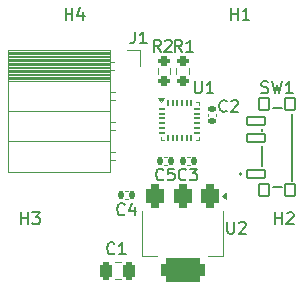
<source format=gbr>
%TF.GenerationSoftware,KiCad,Pcbnew,8.0.5*%
%TF.CreationDate,2024-10-09T18:33:24-04:00*%
%TF.ProjectId,PostureBestICM20948,506f7374-7572-4654-9265-737449434d32,rev?*%
%TF.SameCoordinates,Original*%
%TF.FileFunction,Legend,Top*%
%TF.FilePolarity,Positive*%
%FSLAX46Y46*%
G04 Gerber Fmt 4.6, Leading zero omitted, Abs format (unit mm)*
G04 Created by KiCad (PCBNEW 8.0.5) date 2024-10-09 18:33:24*
%MOMM*%
%LPD*%
G01*
G04 APERTURE LIST*
G04 Aperture macros list*
%AMRoundRect*
0 Rectangle with rounded corners*
0 $1 Rounding radius*
0 $2 $3 $4 $5 $6 $7 $8 $9 X,Y pos of 4 corners*
0 Add a 4 corners polygon primitive as box body*
4,1,4,$2,$3,$4,$5,$6,$7,$8,$9,$2,$3,0*
0 Add four circle primitives for the rounded corners*
1,1,$1+$1,$2,$3*
1,1,$1+$1,$4,$5*
1,1,$1+$1,$6,$7*
1,1,$1+$1,$8,$9*
0 Add four rect primitives between the rounded corners*
20,1,$1+$1,$2,$3,$4,$5,0*
20,1,$1+$1,$4,$5,$6,$7,0*
20,1,$1+$1,$6,$7,$8,$9,0*
20,1,$1+$1,$8,$9,$2,$3,0*%
G04 Aperture macros list end*
%ADD10C,0.150000*%
%ADD11C,0.120000*%
%ADD12C,0.127000*%
%ADD13C,0.200000*%
%ADD14RoundRect,0.250000X0.250000X0.475000X-0.250000X0.475000X-0.250000X-0.475000X0.250000X-0.475000X0*%
%ADD15C,2.200000*%
%ADD16RoundRect,0.140000X-0.170000X0.140000X-0.170000X-0.140000X0.170000X-0.140000X0.170000X0.140000X0*%
%ADD17RoundRect,0.200000X0.275000X-0.200000X0.275000X0.200000X-0.275000X0.200000X-0.275000X-0.200000X0*%
%ADD18RoundRect,0.140000X0.140000X0.170000X-0.140000X0.170000X-0.140000X-0.170000X0.140000X-0.170000X0*%
%ADD19C,0.900000*%
%ADD20RoundRect,0.102000X0.750000X-0.350000X0.750000X0.350000X-0.750000X0.350000X-0.750000X-0.350000X0*%
%ADD21RoundRect,0.102000X0.400000X-0.500000X0.400000X0.500000X-0.400000X0.500000X-0.400000X-0.500000X0*%
%ADD22RoundRect,0.140000X-0.140000X-0.170000X0.140000X-0.170000X0.140000X0.170000X-0.140000X0.170000X0*%
%ADD23RoundRect,0.375000X-0.375000X0.625000X-0.375000X-0.625000X0.375000X-0.625000X0.375000X0.625000X0*%
%ADD24RoundRect,0.500000X-1.400000X0.500000X-1.400000X-0.500000X1.400000X-0.500000X1.400000X0.500000X0*%
%ADD25RoundRect,0.050000X-0.225000X-0.050000X0.225000X-0.050000X0.225000X0.050000X-0.225000X0.050000X0*%
%ADD26RoundRect,0.050000X0.050000X-0.225000X0.050000X0.225000X-0.050000X0.225000X-0.050000X-0.225000X0*%
%ADD27R,1.700000X1.700000*%
%ADD28O,1.700000X1.700000*%
G04 APERTURE END LIST*
D10*
X111733333Y-102209580D02*
X111685714Y-102257200D01*
X111685714Y-102257200D02*
X111542857Y-102304819D01*
X111542857Y-102304819D02*
X111447619Y-102304819D01*
X111447619Y-102304819D02*
X111304762Y-102257200D01*
X111304762Y-102257200D02*
X111209524Y-102161961D01*
X111209524Y-102161961D02*
X111161905Y-102066723D01*
X111161905Y-102066723D02*
X111114286Y-101876247D01*
X111114286Y-101876247D02*
X111114286Y-101733390D01*
X111114286Y-101733390D02*
X111161905Y-101542914D01*
X111161905Y-101542914D02*
X111209524Y-101447676D01*
X111209524Y-101447676D02*
X111304762Y-101352438D01*
X111304762Y-101352438D02*
X111447619Y-101304819D01*
X111447619Y-101304819D02*
X111542857Y-101304819D01*
X111542857Y-101304819D02*
X111685714Y-101352438D01*
X111685714Y-101352438D02*
X111733333Y-101400057D01*
X112685714Y-102304819D02*
X112114286Y-102304819D01*
X112400000Y-102304819D02*
X112400000Y-101304819D01*
X112400000Y-101304819D02*
X112304762Y-101447676D01*
X112304762Y-101447676D02*
X112209524Y-101542914D01*
X112209524Y-101542914D02*
X112114286Y-101590533D01*
X125338095Y-99754819D02*
X125338095Y-98754819D01*
X125338095Y-99231009D02*
X125909523Y-99231009D01*
X125909523Y-99754819D02*
X125909523Y-98754819D01*
X126338095Y-98850057D02*
X126385714Y-98802438D01*
X126385714Y-98802438D02*
X126480952Y-98754819D01*
X126480952Y-98754819D02*
X126719047Y-98754819D01*
X126719047Y-98754819D02*
X126814285Y-98802438D01*
X126814285Y-98802438D02*
X126861904Y-98850057D01*
X126861904Y-98850057D02*
X126909523Y-98945295D01*
X126909523Y-98945295D02*
X126909523Y-99040533D01*
X126909523Y-99040533D02*
X126861904Y-99183390D01*
X126861904Y-99183390D02*
X126290476Y-99754819D01*
X126290476Y-99754819D02*
X126909523Y-99754819D01*
X121233333Y-90159580D02*
X121185714Y-90207200D01*
X121185714Y-90207200D02*
X121042857Y-90254819D01*
X121042857Y-90254819D02*
X120947619Y-90254819D01*
X120947619Y-90254819D02*
X120804762Y-90207200D01*
X120804762Y-90207200D02*
X120709524Y-90111961D01*
X120709524Y-90111961D02*
X120661905Y-90016723D01*
X120661905Y-90016723D02*
X120614286Y-89826247D01*
X120614286Y-89826247D02*
X120614286Y-89683390D01*
X120614286Y-89683390D02*
X120661905Y-89492914D01*
X120661905Y-89492914D02*
X120709524Y-89397676D01*
X120709524Y-89397676D02*
X120804762Y-89302438D01*
X120804762Y-89302438D02*
X120947619Y-89254819D01*
X120947619Y-89254819D02*
X121042857Y-89254819D01*
X121042857Y-89254819D02*
X121185714Y-89302438D01*
X121185714Y-89302438D02*
X121233333Y-89350057D01*
X121614286Y-89350057D02*
X121661905Y-89302438D01*
X121661905Y-89302438D02*
X121757143Y-89254819D01*
X121757143Y-89254819D02*
X121995238Y-89254819D01*
X121995238Y-89254819D02*
X122090476Y-89302438D01*
X122090476Y-89302438D02*
X122138095Y-89350057D01*
X122138095Y-89350057D02*
X122185714Y-89445295D01*
X122185714Y-89445295D02*
X122185714Y-89540533D01*
X122185714Y-89540533D02*
X122138095Y-89683390D01*
X122138095Y-89683390D02*
X121566667Y-90254819D01*
X121566667Y-90254819D02*
X122185714Y-90254819D01*
X103838095Y-99754819D02*
X103838095Y-98754819D01*
X103838095Y-99231009D02*
X104409523Y-99231009D01*
X104409523Y-99754819D02*
X104409523Y-98754819D01*
X104790476Y-98754819D02*
X105409523Y-98754819D01*
X105409523Y-98754819D02*
X105076190Y-99135771D01*
X105076190Y-99135771D02*
X105219047Y-99135771D01*
X105219047Y-99135771D02*
X105314285Y-99183390D01*
X105314285Y-99183390D02*
X105361904Y-99231009D01*
X105361904Y-99231009D02*
X105409523Y-99326247D01*
X105409523Y-99326247D02*
X105409523Y-99564342D01*
X105409523Y-99564342D02*
X105361904Y-99659580D01*
X105361904Y-99659580D02*
X105314285Y-99707200D01*
X105314285Y-99707200D02*
X105219047Y-99754819D01*
X105219047Y-99754819D02*
X104933333Y-99754819D01*
X104933333Y-99754819D02*
X104838095Y-99707200D01*
X104838095Y-99707200D02*
X104790476Y-99659580D01*
X107588095Y-82454819D02*
X107588095Y-81454819D01*
X107588095Y-81931009D02*
X108159523Y-81931009D01*
X108159523Y-82454819D02*
X108159523Y-81454819D01*
X109064285Y-81788152D02*
X109064285Y-82454819D01*
X108826190Y-81407200D02*
X108588095Y-82121485D01*
X108588095Y-82121485D02*
X109207142Y-82121485D01*
X115633333Y-85154819D02*
X115300000Y-84678628D01*
X115061905Y-85154819D02*
X115061905Y-84154819D01*
X115061905Y-84154819D02*
X115442857Y-84154819D01*
X115442857Y-84154819D02*
X115538095Y-84202438D01*
X115538095Y-84202438D02*
X115585714Y-84250057D01*
X115585714Y-84250057D02*
X115633333Y-84345295D01*
X115633333Y-84345295D02*
X115633333Y-84488152D01*
X115633333Y-84488152D02*
X115585714Y-84583390D01*
X115585714Y-84583390D02*
X115538095Y-84631009D01*
X115538095Y-84631009D02*
X115442857Y-84678628D01*
X115442857Y-84678628D02*
X115061905Y-84678628D01*
X116014286Y-84250057D02*
X116061905Y-84202438D01*
X116061905Y-84202438D02*
X116157143Y-84154819D01*
X116157143Y-84154819D02*
X116395238Y-84154819D01*
X116395238Y-84154819D02*
X116490476Y-84202438D01*
X116490476Y-84202438D02*
X116538095Y-84250057D01*
X116538095Y-84250057D02*
X116585714Y-84345295D01*
X116585714Y-84345295D02*
X116585714Y-84440533D01*
X116585714Y-84440533D02*
X116538095Y-84583390D01*
X116538095Y-84583390D02*
X115966667Y-85154819D01*
X115966667Y-85154819D02*
X116585714Y-85154819D01*
X112583333Y-98909580D02*
X112535714Y-98957200D01*
X112535714Y-98957200D02*
X112392857Y-99004819D01*
X112392857Y-99004819D02*
X112297619Y-99004819D01*
X112297619Y-99004819D02*
X112154762Y-98957200D01*
X112154762Y-98957200D02*
X112059524Y-98861961D01*
X112059524Y-98861961D02*
X112011905Y-98766723D01*
X112011905Y-98766723D02*
X111964286Y-98576247D01*
X111964286Y-98576247D02*
X111964286Y-98433390D01*
X111964286Y-98433390D02*
X112011905Y-98242914D01*
X112011905Y-98242914D02*
X112059524Y-98147676D01*
X112059524Y-98147676D02*
X112154762Y-98052438D01*
X112154762Y-98052438D02*
X112297619Y-98004819D01*
X112297619Y-98004819D02*
X112392857Y-98004819D01*
X112392857Y-98004819D02*
X112535714Y-98052438D01*
X112535714Y-98052438D02*
X112583333Y-98100057D01*
X113440476Y-98338152D02*
X113440476Y-99004819D01*
X113202381Y-97957200D02*
X112964286Y-98671485D01*
X112964286Y-98671485D02*
X113583333Y-98671485D01*
X124166667Y-88607200D02*
X124309524Y-88654819D01*
X124309524Y-88654819D02*
X124547619Y-88654819D01*
X124547619Y-88654819D02*
X124642857Y-88607200D01*
X124642857Y-88607200D02*
X124690476Y-88559580D01*
X124690476Y-88559580D02*
X124738095Y-88464342D01*
X124738095Y-88464342D02*
X124738095Y-88369104D01*
X124738095Y-88369104D02*
X124690476Y-88273866D01*
X124690476Y-88273866D02*
X124642857Y-88226247D01*
X124642857Y-88226247D02*
X124547619Y-88178628D01*
X124547619Y-88178628D02*
X124357143Y-88131009D01*
X124357143Y-88131009D02*
X124261905Y-88083390D01*
X124261905Y-88083390D02*
X124214286Y-88035771D01*
X124214286Y-88035771D02*
X124166667Y-87940533D01*
X124166667Y-87940533D02*
X124166667Y-87845295D01*
X124166667Y-87845295D02*
X124214286Y-87750057D01*
X124214286Y-87750057D02*
X124261905Y-87702438D01*
X124261905Y-87702438D02*
X124357143Y-87654819D01*
X124357143Y-87654819D02*
X124595238Y-87654819D01*
X124595238Y-87654819D02*
X124738095Y-87702438D01*
X125071429Y-87654819D02*
X125309524Y-88654819D01*
X125309524Y-88654819D02*
X125500000Y-87940533D01*
X125500000Y-87940533D02*
X125690476Y-88654819D01*
X125690476Y-88654819D02*
X125928572Y-87654819D01*
X126833333Y-88654819D02*
X126261905Y-88654819D01*
X126547619Y-88654819D02*
X126547619Y-87654819D01*
X126547619Y-87654819D02*
X126452381Y-87797676D01*
X126452381Y-87797676D02*
X126357143Y-87892914D01*
X126357143Y-87892914D02*
X126261905Y-87940533D01*
X117773333Y-95959580D02*
X117725714Y-96007200D01*
X117725714Y-96007200D02*
X117582857Y-96054819D01*
X117582857Y-96054819D02*
X117487619Y-96054819D01*
X117487619Y-96054819D02*
X117344762Y-96007200D01*
X117344762Y-96007200D02*
X117249524Y-95911961D01*
X117249524Y-95911961D02*
X117201905Y-95816723D01*
X117201905Y-95816723D02*
X117154286Y-95626247D01*
X117154286Y-95626247D02*
X117154286Y-95483390D01*
X117154286Y-95483390D02*
X117201905Y-95292914D01*
X117201905Y-95292914D02*
X117249524Y-95197676D01*
X117249524Y-95197676D02*
X117344762Y-95102438D01*
X117344762Y-95102438D02*
X117487619Y-95054819D01*
X117487619Y-95054819D02*
X117582857Y-95054819D01*
X117582857Y-95054819D02*
X117725714Y-95102438D01*
X117725714Y-95102438D02*
X117773333Y-95150057D01*
X118106667Y-95054819D02*
X118725714Y-95054819D01*
X118725714Y-95054819D02*
X118392381Y-95435771D01*
X118392381Y-95435771D02*
X118535238Y-95435771D01*
X118535238Y-95435771D02*
X118630476Y-95483390D01*
X118630476Y-95483390D02*
X118678095Y-95531009D01*
X118678095Y-95531009D02*
X118725714Y-95626247D01*
X118725714Y-95626247D02*
X118725714Y-95864342D01*
X118725714Y-95864342D02*
X118678095Y-95959580D01*
X118678095Y-95959580D02*
X118630476Y-96007200D01*
X118630476Y-96007200D02*
X118535238Y-96054819D01*
X118535238Y-96054819D02*
X118249524Y-96054819D01*
X118249524Y-96054819D02*
X118154286Y-96007200D01*
X118154286Y-96007200D02*
X118106667Y-95959580D01*
X115873333Y-95959580D02*
X115825714Y-96007200D01*
X115825714Y-96007200D02*
X115682857Y-96054819D01*
X115682857Y-96054819D02*
X115587619Y-96054819D01*
X115587619Y-96054819D02*
X115444762Y-96007200D01*
X115444762Y-96007200D02*
X115349524Y-95911961D01*
X115349524Y-95911961D02*
X115301905Y-95816723D01*
X115301905Y-95816723D02*
X115254286Y-95626247D01*
X115254286Y-95626247D02*
X115254286Y-95483390D01*
X115254286Y-95483390D02*
X115301905Y-95292914D01*
X115301905Y-95292914D02*
X115349524Y-95197676D01*
X115349524Y-95197676D02*
X115444762Y-95102438D01*
X115444762Y-95102438D02*
X115587619Y-95054819D01*
X115587619Y-95054819D02*
X115682857Y-95054819D01*
X115682857Y-95054819D02*
X115825714Y-95102438D01*
X115825714Y-95102438D02*
X115873333Y-95150057D01*
X116778095Y-95054819D02*
X116301905Y-95054819D01*
X116301905Y-95054819D02*
X116254286Y-95531009D01*
X116254286Y-95531009D02*
X116301905Y-95483390D01*
X116301905Y-95483390D02*
X116397143Y-95435771D01*
X116397143Y-95435771D02*
X116635238Y-95435771D01*
X116635238Y-95435771D02*
X116730476Y-95483390D01*
X116730476Y-95483390D02*
X116778095Y-95531009D01*
X116778095Y-95531009D02*
X116825714Y-95626247D01*
X116825714Y-95626247D02*
X116825714Y-95864342D01*
X116825714Y-95864342D02*
X116778095Y-95959580D01*
X116778095Y-95959580D02*
X116730476Y-96007200D01*
X116730476Y-96007200D02*
X116635238Y-96054819D01*
X116635238Y-96054819D02*
X116397143Y-96054819D01*
X116397143Y-96054819D02*
X116301905Y-96007200D01*
X116301905Y-96007200D02*
X116254286Y-95959580D01*
X117433333Y-85154819D02*
X117100000Y-84678628D01*
X116861905Y-85154819D02*
X116861905Y-84154819D01*
X116861905Y-84154819D02*
X117242857Y-84154819D01*
X117242857Y-84154819D02*
X117338095Y-84202438D01*
X117338095Y-84202438D02*
X117385714Y-84250057D01*
X117385714Y-84250057D02*
X117433333Y-84345295D01*
X117433333Y-84345295D02*
X117433333Y-84488152D01*
X117433333Y-84488152D02*
X117385714Y-84583390D01*
X117385714Y-84583390D02*
X117338095Y-84631009D01*
X117338095Y-84631009D02*
X117242857Y-84678628D01*
X117242857Y-84678628D02*
X116861905Y-84678628D01*
X118385714Y-85154819D02*
X117814286Y-85154819D01*
X118100000Y-85154819D02*
X118100000Y-84154819D01*
X118100000Y-84154819D02*
X118004762Y-84297676D01*
X118004762Y-84297676D02*
X117909524Y-84392914D01*
X117909524Y-84392914D02*
X117814286Y-84440533D01*
X121288095Y-99554819D02*
X121288095Y-100364342D01*
X121288095Y-100364342D02*
X121335714Y-100459580D01*
X121335714Y-100459580D02*
X121383333Y-100507200D01*
X121383333Y-100507200D02*
X121478571Y-100554819D01*
X121478571Y-100554819D02*
X121669047Y-100554819D01*
X121669047Y-100554819D02*
X121764285Y-100507200D01*
X121764285Y-100507200D02*
X121811904Y-100459580D01*
X121811904Y-100459580D02*
X121859523Y-100364342D01*
X121859523Y-100364342D02*
X121859523Y-99554819D01*
X122288095Y-99650057D02*
X122335714Y-99602438D01*
X122335714Y-99602438D02*
X122430952Y-99554819D01*
X122430952Y-99554819D02*
X122669047Y-99554819D01*
X122669047Y-99554819D02*
X122764285Y-99602438D01*
X122764285Y-99602438D02*
X122811904Y-99650057D01*
X122811904Y-99650057D02*
X122859523Y-99745295D01*
X122859523Y-99745295D02*
X122859523Y-99840533D01*
X122859523Y-99840533D02*
X122811904Y-99983390D01*
X122811904Y-99983390D02*
X122240476Y-100554819D01*
X122240476Y-100554819D02*
X122859523Y-100554819D01*
X121588095Y-82454819D02*
X121588095Y-81454819D01*
X121588095Y-81931009D02*
X122159523Y-81931009D01*
X122159523Y-82454819D02*
X122159523Y-81454819D01*
X123159523Y-82454819D02*
X122588095Y-82454819D01*
X122873809Y-82454819D02*
X122873809Y-81454819D01*
X122873809Y-81454819D02*
X122778571Y-81597676D01*
X122778571Y-81597676D02*
X122683333Y-81692914D01*
X122683333Y-81692914D02*
X122588095Y-81740533D01*
X118538095Y-87654819D02*
X118538095Y-88464342D01*
X118538095Y-88464342D02*
X118585714Y-88559580D01*
X118585714Y-88559580D02*
X118633333Y-88607200D01*
X118633333Y-88607200D02*
X118728571Y-88654819D01*
X118728571Y-88654819D02*
X118919047Y-88654819D01*
X118919047Y-88654819D02*
X119014285Y-88607200D01*
X119014285Y-88607200D02*
X119061904Y-88559580D01*
X119061904Y-88559580D02*
X119109523Y-88464342D01*
X119109523Y-88464342D02*
X119109523Y-87654819D01*
X120109523Y-88654819D02*
X119538095Y-88654819D01*
X119823809Y-88654819D02*
X119823809Y-87654819D01*
X119823809Y-87654819D02*
X119728571Y-87797676D01*
X119728571Y-87797676D02*
X119633333Y-87892914D01*
X119633333Y-87892914D02*
X119538095Y-87940533D01*
X113466666Y-83454819D02*
X113466666Y-84169104D01*
X113466666Y-84169104D02*
X113419047Y-84311961D01*
X113419047Y-84311961D02*
X113323809Y-84407200D01*
X113323809Y-84407200D02*
X113180952Y-84454819D01*
X113180952Y-84454819D02*
X113085714Y-84454819D01*
X114466666Y-84454819D02*
X113895238Y-84454819D01*
X114180952Y-84454819D02*
X114180952Y-83454819D01*
X114180952Y-83454819D02*
X114085714Y-83597676D01*
X114085714Y-83597676D02*
X113990476Y-83692914D01*
X113990476Y-83692914D02*
X113895238Y-83740533D01*
D11*
%TO.C,C1*%
X112261252Y-104435000D02*
X111738748Y-104435000D01*
X112261252Y-102965000D02*
X111738748Y-102965000D01*
%TO.C,C2*%
X119640000Y-90392164D02*
X119640000Y-90607836D01*
X120360000Y-90392164D02*
X120360000Y-90607836D01*
%TO.C,R2*%
X115377500Y-87037258D02*
X115377500Y-86562742D01*
X116422500Y-87037258D02*
X116422500Y-86562742D01*
%TO.C,C4*%
X112857836Y-96940000D02*
X112642164Y-96940000D01*
X112857836Y-97660000D02*
X112642164Y-97660000D01*
D12*
%TO.C,SW1*%
X124200000Y-91830000D02*
X124200000Y-91670000D01*
X124200000Y-94830000D02*
X124200000Y-93170000D01*
X125880000Y-89900000D02*
X125120000Y-89900000D01*
X125880000Y-96600000D02*
X125120000Y-96600000D01*
X126800000Y-90420000D02*
X126800000Y-96080000D01*
D13*
X122500000Y-95500000D02*
G75*
G02*
X122300000Y-95500000I-100000J0D01*
G01*
X122300000Y-95500000D02*
G75*
G02*
X122500000Y-95500000I100000J0D01*
G01*
D11*
%TO.C,C3*%
X117912164Y-94040000D02*
X118127836Y-94040000D01*
X117912164Y-94760000D02*
X118127836Y-94760000D01*
%TO.C,C5*%
X116147836Y-94040000D02*
X115932164Y-94040000D01*
X116147836Y-94760000D02*
X115932164Y-94760000D01*
%TO.C,R1*%
X116977500Y-87037258D02*
X116977500Y-86562742D01*
X118022500Y-87037258D02*
X118022500Y-86562742D01*
%TO.C,U2*%
X114090000Y-98650000D02*
X114090000Y-102410000D01*
X114090000Y-102410000D02*
X115350000Y-102410000D01*
X120910000Y-98650000D02*
X120910000Y-102410000D01*
X120910000Y-102410000D02*
X119650000Y-102410000D01*
X121140000Y-97610000D02*
X120810000Y-97370000D01*
X121140000Y-97130000D01*
X121140000Y-97610000D01*
G36*
X121140000Y-97610000D02*
G01*
X120810000Y-97370000D01*
X121140000Y-97130000D01*
X121140000Y-97610000D01*
G37*
%TO.C,U1*%
X115650000Y-92600000D02*
X115650000Y-92350000D01*
X115650000Y-92600000D02*
X115900000Y-92600000D01*
X118850000Y-89400000D02*
X118600000Y-89400000D01*
X118850000Y-89400000D02*
X118850000Y-89650000D01*
X118850000Y-92600000D02*
X118600000Y-92600000D01*
X118850000Y-92600000D02*
X118850000Y-92350000D01*
X115650000Y-89400000D02*
X115410000Y-89070000D01*
X115890000Y-89070000D01*
X115650000Y-89400000D01*
G36*
X115650000Y-89400000D02*
G01*
X115410000Y-89070000D01*
X115890000Y-89070000D01*
X115650000Y-89400000D01*
G37*
%TO.C,J1*%
X102710000Y-85020000D02*
X102710000Y-95300000D01*
X102710000Y-85020000D02*
X111340000Y-85020000D01*
X102710000Y-85140000D02*
X111340000Y-85140000D01*
X102710000Y-85258095D02*
X111340000Y-85258095D01*
X102710000Y-85376190D02*
X111340000Y-85376190D01*
X102710000Y-85494285D02*
X111340000Y-85494285D01*
X102710000Y-85612380D02*
X111340000Y-85612380D01*
X102710000Y-85730475D02*
X111340000Y-85730475D01*
X102710000Y-85848570D02*
X111340000Y-85848570D01*
X102710000Y-85966665D02*
X111340000Y-85966665D01*
X102710000Y-86084760D02*
X111340000Y-86084760D01*
X102710000Y-86202855D02*
X111340000Y-86202855D01*
X102710000Y-86320950D02*
X111340000Y-86320950D01*
X102710000Y-86439045D02*
X111340000Y-86439045D01*
X102710000Y-86557140D02*
X111340000Y-86557140D01*
X102710000Y-86675235D02*
X111340000Y-86675235D01*
X102710000Y-86793330D02*
X111340000Y-86793330D01*
X102710000Y-86911425D02*
X111340000Y-86911425D01*
X102710000Y-87029520D02*
X111340000Y-87029520D01*
X102710000Y-87147615D02*
X111340000Y-87147615D01*
X102710000Y-87265710D02*
X111340000Y-87265710D01*
X102710000Y-87383805D02*
X111340000Y-87383805D01*
X102710000Y-87501900D02*
X111340000Y-87501900D01*
X102710000Y-87620000D02*
X111340000Y-87620000D01*
X102710000Y-90160000D02*
X111340000Y-90160000D01*
X102710000Y-92700000D02*
X111340000Y-92700000D01*
X102710000Y-95300000D02*
X111340000Y-95300000D01*
X111340000Y-85020000D02*
X111340000Y-95300000D01*
X111340000Y-85990000D02*
X111690000Y-85990000D01*
X111340000Y-86710000D02*
X111690000Y-86710000D01*
X111340000Y-88530000D02*
X111750000Y-88530000D01*
X111340000Y-89250000D02*
X111750000Y-89250000D01*
X111340000Y-91070000D02*
X111750000Y-91070000D01*
X111340000Y-91790000D02*
X111750000Y-91790000D01*
X111340000Y-93610000D02*
X111750000Y-93610000D01*
X111340000Y-94330000D02*
X111750000Y-94330000D01*
X112800000Y-85020000D02*
X113910000Y-85020000D01*
X113910000Y-85020000D02*
X113910000Y-86350000D01*
%TD*%
%LPC*%
D14*
%TO.C,C1*%
X112950000Y-103700000D03*
X111050000Y-103700000D03*
%TD*%
D15*
%TO.C,H2*%
X126100000Y-102500000D03*
%TD*%
D16*
%TO.C,C2*%
X120000000Y-90020000D03*
X120000000Y-90980000D03*
%TD*%
D15*
%TO.C,H3*%
X104600000Y-102500000D03*
%TD*%
%TO.C,H4*%
X104600000Y-82000000D03*
%TD*%
D17*
%TO.C,R2*%
X115900000Y-87625000D03*
X115900000Y-85975000D03*
%TD*%
D18*
%TO.C,C4*%
X113230000Y-97300000D03*
X112270000Y-97300000D03*
%TD*%
D19*
%TO.C,SW1*%
X125500000Y-94750000D03*
X125500000Y-91750000D03*
D20*
X123750000Y-95500000D03*
X123750000Y-92500000D03*
X123750000Y-91000000D03*
D21*
X124400000Y-96900000D03*
X124400000Y-89600000D03*
X126600000Y-96900000D03*
X126600000Y-89600000D03*
%TD*%
D22*
%TO.C,C3*%
X117540000Y-94400000D03*
X118500000Y-94400000D03*
%TD*%
D18*
%TO.C,C5*%
X116520000Y-94400000D03*
X115560000Y-94400000D03*
%TD*%
D17*
%TO.C,R1*%
X117500000Y-87625000D03*
X117500000Y-85975000D03*
%TD*%
D23*
%TO.C,U2*%
X119800000Y-97350000D03*
X117500000Y-97350000D03*
D24*
X117500000Y-103650000D03*
D23*
X115200000Y-97350000D03*
%TD*%
D15*
%TO.C,H1*%
X126100000Y-82000000D03*
%TD*%
D25*
%TO.C,U1*%
X115750000Y-90000000D03*
X115750000Y-90400000D03*
X115750000Y-90800000D03*
X115750000Y-91200000D03*
X115750000Y-91600000D03*
X115750000Y-92000000D03*
D26*
X116250000Y-92500000D03*
X116650000Y-92500000D03*
X117050000Y-92500000D03*
X117450000Y-92500000D03*
X117850000Y-92500000D03*
X118250000Y-92500000D03*
D25*
X118750000Y-92000000D03*
X118750000Y-91600000D03*
X118750000Y-91200000D03*
X118750000Y-90800000D03*
X118750000Y-90400000D03*
X118750000Y-90000000D03*
D26*
X118250000Y-89500000D03*
X117850000Y-89500000D03*
X117450000Y-89500000D03*
X117050000Y-89500000D03*
X116650000Y-89500000D03*
X116250000Y-89500000D03*
%TD*%
D27*
%TO.C,J1*%
X112800000Y-86350000D03*
D28*
X112800000Y-88890000D03*
X112800000Y-91430000D03*
X112800000Y-93970000D03*
%TD*%
%LPD*%
M02*

</source>
